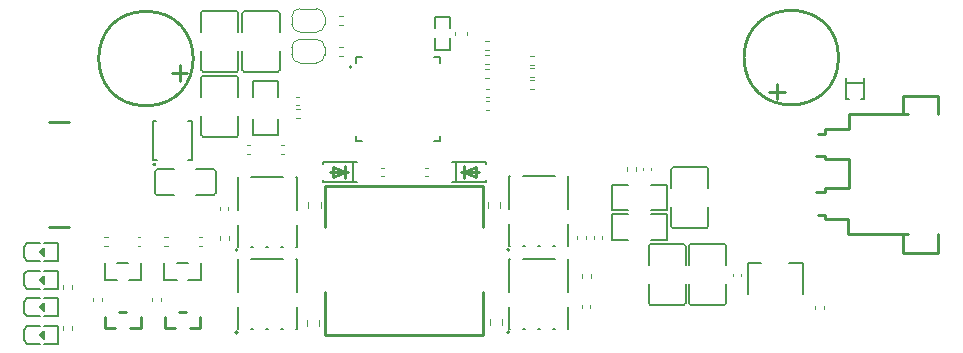
<source format=gto>
%TF.GenerationSoftware,KiCad,Pcbnew,9.0.6*%
%TF.CreationDate,2025-12-05T19:38:52+01:00*%
%TF.ProjectId,PowerPack,506f7765-7250-4616-936b-2e6b69636164,rev?*%
%TF.SameCoordinates,Original*%
%TF.FileFunction,Legend,Top*%
%TF.FilePolarity,Positive*%
%FSLAX46Y46*%
G04 Gerber Fmt 4.6, Leading zero omitted, Abs format (unit mm)*
G04 Created by KiCad (PCBNEW 9.0.6) date 2025-12-05 19:38:52*
%MOMM*%
%LPD*%
G01*
G04 APERTURE LIST*
%ADD10C,0.150000*%
%ADD11C,0.250000*%
%ADD12C,0.120000*%
%ADD13C,0.100000*%
%ADD14C,0.200000*%
G04 APERTURE END LIST*
D10*
%TO.C,D1*%
X125890000Y-94430000D02*
X125890000Y-94600000D01*
X125890000Y-96170000D02*
X125890000Y-96000000D01*
D11*
X126700000Y-94890000D02*
X127720000Y-95300000D01*
X126700000Y-95710000D02*
X126700000Y-94890000D01*
X127720000Y-95300000D02*
X126700000Y-95710000D01*
X127720000Y-95810000D02*
X127720000Y-94790000D01*
X127970000Y-95300000D02*
X126450000Y-95300000D01*
D10*
X128350000Y-96170000D02*
X128350000Y-94430000D01*
X128710000Y-94430000D02*
X125890000Y-94430000D01*
X128710000Y-96170000D02*
X125890000Y-96170000D01*
D12*
%TO.C,R16*%
X139592379Y-86580000D02*
X139927621Y-86580000D01*
X139592379Y-87340000D02*
X139927621Y-87340000D01*
D10*
%TO.C,R17*%
X150320000Y-96380000D02*
X151680000Y-96380000D01*
X150320000Y-98540000D02*
X150320000Y-96380000D01*
X151680000Y-98540000D02*
X150320000Y-98540000D01*
X153580000Y-98540000D02*
X154940000Y-98540000D01*
X154940000Y-96380000D02*
X153580000Y-96380000D01*
X154940000Y-98540000D02*
X154940000Y-96380000D01*
D12*
%TO.C,R13*%
X127567621Y-82082500D02*
X127232379Y-82082500D01*
X127567621Y-82842500D02*
X127232379Y-82842500D01*
%TO.C,R6*%
X124477500Y-107845276D02*
X124477500Y-108354724D01*
X125522500Y-107845276D02*
X125522500Y-108354724D01*
%TO.C,C7*%
X139644165Y-88240000D02*
X139875835Y-88240000D01*
X139644165Y-88960000D02*
X139875835Y-88960000D01*
%TO.C,CLQ1*%
X122316665Y-93060000D02*
X122548335Y-93060000D01*
X122316665Y-93780000D02*
X122548335Y-93780000D01*
%TO.C,C8*%
X139644165Y-89315000D02*
X139875835Y-89315000D01*
X139644165Y-90035000D02*
X139875835Y-90035000D01*
%TO.C,C4*%
X134715835Y-94944000D02*
X134484165Y-94944000D01*
X134715835Y-95664000D02*
X134484165Y-95664000D01*
%TO.C,C3*%
X130784165Y-94944000D02*
X131015835Y-94944000D01*
X130784165Y-95664000D02*
X131015835Y-95664000D01*
D10*
%TO.C,Q1*%
X111450000Y-90972500D02*
X111450000Y-94272500D01*
X111450000Y-90972500D02*
X111740000Y-90972500D01*
D13*
X111450000Y-94272500D02*
X111450000Y-90972500D01*
D10*
X111450000Y-94272500D02*
X111770000Y-94272500D01*
X114420000Y-94272500D02*
X114750000Y-94272500D01*
X114750000Y-90972500D02*
X114450000Y-90972500D01*
D13*
X114750000Y-92952500D02*
X114750000Y-90972500D01*
D10*
X114750000Y-94272500D02*
X114750000Y-90972500D01*
D13*
X114750000Y-94272500D02*
X114750000Y-92952500D01*
D11*
X111620000Y-94662500D02*
G75*
G02*
X111520000Y-94662500I-50000J0D01*
G01*
X111520000Y-94662500D02*
G75*
G02*
X111620000Y-94662500I50000J0D01*
G01*
D12*
%TO.C,JP2*%
X123200000Y-82762500D02*
X123200000Y-82162500D01*
X123900000Y-81462500D02*
X125300000Y-81462500D01*
X125300000Y-83462500D02*
X123900000Y-83462500D01*
X126000000Y-82162500D02*
X126000000Y-82762500D01*
X123200000Y-82162500D02*
G75*
G02*
X123900000Y-81462500I700000J0D01*
G01*
X123900000Y-83462500D02*
G75*
G02*
X123200000Y-82762500I0J700000D01*
G01*
X125300000Y-81462500D02*
G75*
G02*
X126000000Y-82162500I1J-699999D01*
G01*
X126000000Y-82762500D02*
G75*
G02*
X125300000Y-83462500I-699999J-1D01*
G01*
%TO.C,R7*%
X103820000Y-104857379D02*
X103820000Y-105192621D01*
X104580000Y-104857379D02*
X104580000Y-105192621D01*
%TO.C,C2*%
X117125000Y-98284165D02*
X117125000Y-98515835D01*
X117845000Y-98284165D02*
X117845000Y-98515835D01*
%TO.C,CRQ1*%
X147374000Y-100755665D02*
X147374000Y-100987335D01*
X148094000Y-100755665D02*
X148094000Y-100987335D01*
D11*
%TO.C,QE2*%
X107400000Y-108552500D02*
X107400000Y-107552500D01*
X108260000Y-108552500D02*
X107400000Y-108552500D01*
X109210000Y-107152500D02*
X108580000Y-107152500D01*
X110400000Y-108552500D02*
X109530000Y-108552500D01*
X110400000Y-108552500D02*
X110400000Y-107552500D01*
D10*
%TO.C,D2*%
X136790000Y-94430000D02*
X139610000Y-94430000D01*
X136790000Y-96170000D02*
X139610000Y-96170000D01*
X137150000Y-94430000D02*
X137150000Y-96170000D01*
D11*
X137530000Y-95300000D02*
X139050000Y-95300000D01*
X137780000Y-94790000D02*
X137780000Y-95810000D01*
X137780000Y-95300000D02*
X138800000Y-94890000D01*
X138800000Y-94890000D02*
X138800000Y-95710000D01*
X138800000Y-95710000D02*
X137780000Y-95300000D01*
D10*
X139610000Y-94430000D02*
X139610000Y-94600000D01*
X139610000Y-96170000D02*
X139610000Y-96000000D01*
D12*
%TO.C,R11*%
X151620000Y-94892379D02*
X151620000Y-95227621D01*
X152380000Y-94892379D02*
X152380000Y-95227621D01*
D11*
%TO.C,L1*%
X126034000Y-96504000D02*
X139434000Y-96504000D01*
X126034000Y-99974000D02*
X126034000Y-96504000D01*
X126034000Y-109104000D02*
X126034000Y-105434000D01*
X126034000Y-109104000D02*
X139434000Y-109104000D01*
X139434000Y-96504000D02*
X139434000Y-99974000D01*
X139434000Y-105434000D02*
X139434000Y-109104000D01*
D10*
%TO.C,QLT1*%
X118634000Y-95714000D02*
X118674000Y-95714000D01*
X118634000Y-98494000D02*
X118634000Y-95714000D01*
X118634000Y-101614000D02*
X118634000Y-99764000D01*
X118674000Y-101614000D02*
X118634000Y-101614000D01*
X119784000Y-95714000D02*
X122484000Y-95714000D01*
X119944000Y-101614000D02*
X119784000Y-101614000D01*
X121214000Y-101614000D02*
X121054000Y-101614000D01*
X122484000Y-101614000D02*
X122324000Y-101614000D01*
X123594000Y-95714000D02*
X123634000Y-95714000D01*
X123634000Y-95714000D02*
X123634000Y-98494000D01*
X123634000Y-99764000D02*
X123634000Y-101614000D01*
X123634000Y-101614000D02*
X123594000Y-101614000D01*
D14*
X118634000Y-101914000D02*
G75*
G02*
X118434000Y-101914000I-100000J0D01*
G01*
X118434000Y-101914000D02*
G75*
G02*
X118634000Y-101914000I100000J0D01*
G01*
D10*
%TO.C,CL2*%
X119020000Y-83470000D02*
X119020000Y-81840000D01*
X119020000Y-85030000D02*
X119020000Y-86660000D01*
X119170000Y-81690000D02*
X122030000Y-81690000D01*
X119170000Y-86810000D02*
X122030000Y-86810000D01*
X122180000Y-81840000D02*
X122180000Y-83470000D01*
X122180000Y-86660000D02*
X122180000Y-85030000D01*
X119020000Y-81840000D02*
G75*
G02*
X119170000Y-81690000I150000J0D01*
G01*
X119170000Y-86810000D02*
G75*
G02*
X119020000Y-86660000I0J150000D01*
G01*
X122030000Y-81690000D02*
G75*
G02*
X122180000Y-81840000I0J-150000D01*
G01*
X122180000Y-86660000D02*
G75*
G02*
X122030000Y-86810000I-150000J0D01*
G01*
%TO.C,R1*%
X119920000Y-87590000D02*
X122080000Y-87590000D01*
X119920000Y-88950000D02*
X119920000Y-87590000D01*
X119920000Y-90850000D02*
X119920000Y-92210000D01*
X119920000Y-92210000D02*
X122080000Y-92210000D01*
X122080000Y-87590000D02*
X122080000Y-88950000D01*
X122080000Y-92210000D02*
X122080000Y-90850000D01*
D12*
%TO.C,R4*%
X103820000Y-108655121D02*
X103820000Y-108319879D01*
X104580000Y-108655121D02*
X104580000Y-108319879D01*
%TO.C,R25*%
X111370000Y-105932379D02*
X111370000Y-106267621D01*
X112130000Y-105932379D02*
X112130000Y-106267621D01*
D11*
%TO.C,CN1*%
X167590000Y-97020000D02*
X168350000Y-97020000D01*
X167720000Y-92070000D02*
X168350000Y-92070000D01*
X167720000Y-98930000D02*
X168350000Y-98930000D01*
X168350000Y-91690000D02*
X170380000Y-91690000D01*
X168350000Y-92070000D02*
X168350000Y-91690000D01*
X168350000Y-93980000D02*
X167590000Y-93980000D01*
X168350000Y-94230000D02*
X168350000Y-93980000D01*
X168350000Y-96640000D02*
X170380000Y-96640000D01*
X168350000Y-97020000D02*
X168350000Y-96640000D01*
X168350000Y-98930000D02*
X168350000Y-99310000D01*
X168350000Y-99310000D02*
X170260000Y-99310000D01*
X170260000Y-99310000D02*
X170260000Y-100580000D01*
X170260000Y-100580000D02*
X171350000Y-100580000D01*
X170380000Y-90420000D02*
X171350000Y-90420000D01*
X170380000Y-91690000D02*
X170380000Y-90420000D01*
X170380000Y-94230000D02*
X168350000Y-94230000D01*
X170380000Y-96640000D02*
X170380000Y-94230000D01*
X174960000Y-88850000D02*
X177950000Y-88850000D01*
X174960000Y-90420000D02*
X174960000Y-88850000D01*
X174980000Y-102150000D02*
X174980000Y-100580000D01*
X174980000Y-102150000D02*
X177880000Y-102150000D01*
X175350000Y-90420000D02*
X171350000Y-90420000D01*
X175350000Y-100580000D02*
X171350000Y-100580000D01*
X177880000Y-102150000D02*
X177880000Y-100580000D01*
X177950000Y-90420000D02*
X177950000Y-88850000D01*
D12*
%TO.C,R24*%
X112765121Y-100820000D02*
X112429879Y-100820000D01*
X112765121Y-101580000D02*
X112429879Y-101580000D01*
%TO.C,R9*%
X147754000Y-104271621D02*
X147754000Y-103936379D01*
X148514000Y-104271621D02*
X148514000Y-103936379D01*
D10*
%TO.C,CL4*%
X115520000Y-87340000D02*
X115520000Y-88970000D01*
X115520000Y-92160000D02*
X115520000Y-90530000D01*
X118530000Y-87190000D02*
X115670000Y-87190000D01*
X118530000Y-92310000D02*
X115670000Y-92310000D01*
X118680000Y-88970000D02*
X118680000Y-87340000D01*
X118680000Y-90530000D02*
X118680000Y-92160000D01*
X115520000Y-87340000D02*
G75*
G02*
X115670000Y-87190000I150000J0D01*
G01*
X115670000Y-92310000D02*
G75*
G02*
X115520000Y-92160000I0J150000D01*
G01*
X118530000Y-87190000D02*
G75*
G02*
X118680000Y-87340000I0J-150000D01*
G01*
X118680000Y-92160000D02*
G75*
G02*
X118530000Y-92310000I-150000J0D01*
G01*
D12*
%TO.C,R10*%
X139811500Y-97849276D02*
X139811500Y-98358724D01*
X140856500Y-97849276D02*
X140856500Y-98358724D01*
%TO.C,C13*%
X115615835Y-100840000D02*
X115384165Y-100840000D01*
X115615835Y-101560000D02*
X115384165Y-101560000D01*
%TO.C,C9*%
X137050000Y-83706267D02*
X137050000Y-83413733D01*
X138070000Y-83706267D02*
X138070000Y-83413733D01*
D10*
%TO.C,CR4*%
X155320000Y-96700000D02*
X155320000Y-95070000D01*
X155320000Y-98260000D02*
X155320000Y-99890000D01*
X155470000Y-94920000D02*
X158330000Y-94920000D01*
X155470000Y-100040000D02*
X158330000Y-100040000D01*
X158480000Y-95070000D02*
X158480000Y-96700000D01*
X158480000Y-99890000D02*
X158480000Y-98260000D01*
X155320000Y-95070000D02*
G75*
G02*
X155470000Y-94920000I150000J0D01*
G01*
X155470000Y-100040000D02*
G75*
G02*
X155320000Y-99890000I0J150000D01*
G01*
X158330000Y-94920000D02*
G75*
G02*
X158480000Y-95070000I0J-150000D01*
G01*
X158480000Y-99890000D02*
G75*
G02*
X158330000Y-100040000I-150000J0D01*
G01*
D12*
%TO.C,C10*%
X160540000Y-104143335D02*
X160540000Y-103911665D01*
X161260000Y-104143335D02*
X161260000Y-103911665D01*
%TO.C,CLQ2*%
X119683335Y-93060000D02*
X119451665Y-93060000D01*
X119683335Y-93780000D02*
X119451665Y-93780000D01*
D10*
%TO.C,QE3*%
X107370000Y-102972500D02*
X107370000Y-104432500D01*
X107370000Y-104432500D02*
X108410000Y-104432500D01*
X108440000Y-102972500D02*
X109360000Y-102972500D01*
X110430000Y-102972500D02*
X110430000Y-104432500D01*
X110430000Y-104432500D02*
X109390000Y-104432500D01*
D11*
%TO.C,CL1*%
X113100000Y-86900000D02*
X114350000Y-86900000D01*
X113730000Y-86230000D02*
X113730000Y-87580000D01*
X110830000Y-89700000D02*
G75*
G02*
X110899814Y-89699914I30000J4000000D01*
G01*
D10*
%TO.C,QLB1*%
X118634000Y-102684000D02*
X118674000Y-102684000D01*
X118634000Y-105464000D02*
X118634000Y-102684000D01*
X118634000Y-108584000D02*
X118634000Y-106734000D01*
X118674000Y-108584000D02*
X118634000Y-108584000D01*
X119784000Y-102684000D02*
X122484000Y-102684000D01*
X119944000Y-108584000D02*
X119784000Y-108584000D01*
X121214000Y-108584000D02*
X121054000Y-108584000D01*
X122484000Y-108584000D02*
X122324000Y-108584000D01*
X123594000Y-102684000D02*
X123634000Y-102684000D01*
X123634000Y-102684000D02*
X123634000Y-105464000D01*
X123634000Y-106734000D02*
X123634000Y-108584000D01*
X123634000Y-108584000D02*
X123594000Y-108584000D01*
D14*
X118634000Y-108884000D02*
G75*
G02*
X118434000Y-108884000I-100000J0D01*
G01*
X118434000Y-108884000D02*
G75*
G02*
X118634000Y-108884000I100000J0D01*
G01*
D12*
%TO.C,R22*%
X107667621Y-100820000D02*
X107332379Y-100820000D01*
X107667621Y-101580000D02*
X107332379Y-101580000D01*
D10*
%TO.C,CL3*%
X115520000Y-83470000D02*
X115520000Y-81840000D01*
X115520000Y-85030000D02*
X115520000Y-86660000D01*
X115670000Y-81690000D02*
X118530000Y-81690000D01*
X115670000Y-86810000D02*
X118530000Y-86810000D01*
X118680000Y-81840000D02*
X118680000Y-83470000D01*
X118680000Y-86660000D02*
X118680000Y-85030000D01*
X115520000Y-81840000D02*
G75*
G02*
X115670000Y-81690000I150000J0D01*
G01*
X115670000Y-86810000D02*
G75*
G02*
X115520000Y-86660000I0J150000D01*
G01*
X118530000Y-81690000D02*
G75*
G02*
X118680000Y-81840000I0J-150000D01*
G01*
X118680000Y-86660000D02*
G75*
G02*
X118530000Y-86810000I-150000J0D01*
G01*
%TO.C,QE4*%
X112420000Y-102972500D02*
X112420000Y-104432500D01*
X112420000Y-104432500D02*
X113460000Y-104432500D01*
X113490000Y-102972500D02*
X114410000Y-102972500D01*
X115480000Y-102972500D02*
X115480000Y-104432500D01*
X115480000Y-104432500D02*
X114440000Y-104432500D01*
%TO.C,LED4*%
X100520000Y-101640000D02*
X100820000Y-101340000D01*
X100520000Y-101740000D02*
X100520000Y-101640000D01*
X100520000Y-101740000D02*
X100520000Y-102440000D01*
X100520000Y-102440000D02*
X100520000Y-102540000D01*
X100520000Y-102540000D02*
X100820000Y-102840000D01*
X101870000Y-101340000D02*
X100820000Y-101340000D01*
X101870000Y-102840000D02*
X100820000Y-102840000D01*
X102220000Y-102420000D02*
X101890000Y-102090000D01*
X102230000Y-101740000D02*
X102230000Y-101750000D01*
X102230000Y-101740000D02*
X102230000Y-102420000D01*
X102230000Y-101750000D02*
X101890000Y-102090000D01*
X102230000Y-102090000D02*
X101890000Y-102090000D01*
X102230000Y-102420000D02*
X102220000Y-102420000D01*
X102250000Y-101340000D02*
X103400000Y-101340000D01*
X102250000Y-102840000D02*
X103400000Y-102840000D01*
X103400000Y-101340000D02*
X103400000Y-102820000D01*
%TO.C,U1*%
X128640000Y-85570000D02*
X128640000Y-86070000D01*
X128640000Y-92720000D02*
X128640000Y-92230000D01*
X129130000Y-85570000D02*
X128640000Y-85570000D01*
X129130000Y-92720000D02*
X128640000Y-92720000D01*
X135290000Y-85570000D02*
X135790000Y-85570000D01*
X135290000Y-92720000D02*
X135790000Y-92720000D01*
X135790000Y-85570000D02*
X135790000Y-86070000D01*
X135790000Y-92720000D02*
X135790000Y-92230000D01*
X128240000Y-86400000D02*
G75*
G02*
X128100000Y-86400000I-70000J0D01*
G01*
X128100000Y-86400000D02*
G75*
G02*
X128240000Y-86400000I70000J0D01*
G01*
D12*
%TO.C,C6*%
X152940000Y-94944165D02*
X152940000Y-95175835D01*
X153660000Y-94944165D02*
X153660000Y-95175835D01*
D10*
%TO.C,R18*%
X150320000Y-98880000D02*
X151680000Y-98880000D01*
X150320000Y-101040000D02*
X150320000Y-98880000D01*
X151680000Y-101040000D02*
X150320000Y-101040000D01*
X153580000Y-101040000D02*
X154940000Y-101040000D01*
X154940000Y-98880000D02*
X153580000Y-98880000D01*
X154940000Y-101040000D02*
X154940000Y-98880000D01*
D12*
%TO.C,R23*%
X106370000Y-105932379D02*
X106370000Y-106267621D01*
X107130000Y-105932379D02*
X107130000Y-106267621D01*
D10*
%TO.C,CR3*%
X153420000Y-101570000D02*
X153420000Y-103200000D01*
X153420000Y-106390000D02*
X153420000Y-104760000D01*
X156430000Y-101420000D02*
X153570000Y-101420000D01*
X156430000Y-106540000D02*
X153570000Y-106540000D01*
X156580000Y-103200000D02*
X156580000Y-101570000D01*
X156580000Y-104760000D02*
X156580000Y-106390000D01*
X153420000Y-101570000D02*
G75*
G02*
X153570000Y-101420000I150000J0D01*
G01*
X153570000Y-106540000D02*
G75*
G02*
X153420000Y-106390000I0J150000D01*
G01*
X156430000Y-101420000D02*
G75*
G02*
X156580000Y-101570000I0J-150000D01*
G01*
X156580000Y-106390000D02*
G75*
G02*
X156430000Y-106540000I-150000J0D01*
G01*
%TO.C,QRB1*%
X141634000Y-102684000D02*
X141674000Y-102684000D01*
X141634000Y-105464000D02*
X141634000Y-102684000D01*
X141634000Y-108584000D02*
X141634000Y-106734000D01*
X141674000Y-108584000D02*
X141634000Y-108584000D01*
X142784000Y-102684000D02*
X145484000Y-102684000D01*
X142944000Y-108584000D02*
X142784000Y-108584000D01*
X144214000Y-108584000D02*
X144054000Y-108584000D01*
X145484000Y-108584000D02*
X145324000Y-108584000D01*
X146594000Y-102684000D02*
X146634000Y-102684000D01*
X146634000Y-102684000D02*
X146634000Y-105464000D01*
X146634000Y-106734000D02*
X146634000Y-108584000D01*
X146634000Y-108584000D02*
X146594000Y-108584000D01*
D14*
X141634000Y-108884000D02*
G75*
G02*
X141434000Y-108884000I-100000J0D01*
G01*
X141434000Y-108884000D02*
G75*
G02*
X141634000Y-108884000I100000J0D01*
G01*
D12*
%TO.C,R2*%
X123880121Y-89930000D02*
X123544879Y-89930000D01*
X123880121Y-90690000D02*
X123544879Y-90690000D01*
D10*
%TO.C,LED2*%
X100520000Y-106306667D02*
X100820000Y-106006667D01*
X100520000Y-106406667D02*
X100520000Y-106306667D01*
X100520000Y-106406667D02*
X100520000Y-107106667D01*
X100520000Y-107106667D02*
X100520000Y-107206667D01*
X100520000Y-107206667D02*
X100820000Y-107506667D01*
X101870000Y-106006667D02*
X100820000Y-106006667D01*
X101870000Y-107506667D02*
X100820000Y-107506667D01*
X102220000Y-107086667D02*
X101890000Y-106756667D01*
X102230000Y-106406667D02*
X102230000Y-106416667D01*
X102230000Y-106406667D02*
X102230000Y-107086667D01*
X102230000Y-106416667D02*
X101890000Y-106756667D01*
X102230000Y-106756667D02*
X101890000Y-106756667D01*
X102230000Y-107086667D02*
X102220000Y-107086667D01*
X102250000Y-106006667D02*
X103400000Y-106006667D01*
X102250000Y-107506667D02*
X103400000Y-107506667D01*
X103400000Y-106006667D02*
X103400000Y-107486667D01*
D11*
%TO.C,USB1*%
X102610000Y-99950000D02*
X104370000Y-99950000D01*
X104370000Y-91050000D02*
X102610000Y-91050000D01*
D12*
%TO.C,CRQ2*%
X148774000Y-100755665D02*
X148774000Y-100987335D01*
X149494000Y-100755665D02*
X149494000Y-100987335D01*
%TO.C,R14*%
X139592379Y-84180000D02*
X139927621Y-84180000D01*
X139592379Y-84940000D02*
X139927621Y-84940000D01*
D10*
%TO.C,D3*%
X170170000Y-87360000D02*
X170170000Y-89120000D01*
X170170000Y-89120000D02*
X170380000Y-89120000D01*
X171630000Y-87360000D02*
X171630000Y-89120000D01*
X171630000Y-87770000D02*
X170170000Y-87770000D01*
X171630000Y-89120000D02*
X171430000Y-89120000D01*
D12*
%TO.C,C11*%
X167520000Y-106885835D02*
X167520000Y-106654165D01*
X168240000Y-106885835D02*
X168240000Y-106654165D01*
%TO.C,R19*%
X143392379Y-85520000D02*
X143727621Y-85520000D01*
X143392379Y-86280000D02*
X143727621Y-86280000D01*
D10*
%TO.C,RNTC1*%
X135300000Y-82170000D02*
X135300000Y-83130000D01*
X135300000Y-84950000D02*
X135300000Y-83990000D01*
X136620000Y-82170000D02*
X135300000Y-82170000D01*
X136620000Y-83130000D02*
X136620000Y-82170000D01*
X136620000Y-83990000D02*
X136620000Y-84950000D01*
X136620000Y-84950000D02*
X135300000Y-84950000D01*
D12*
%TO.C,JP1*%
X123200000Y-85362500D02*
X123200000Y-84762500D01*
X123900000Y-84062500D02*
X125300000Y-84062500D01*
X125300000Y-86062500D02*
X123900000Y-86062500D01*
X126000000Y-84762500D02*
X126000000Y-85362500D01*
X123200000Y-84762500D02*
G75*
G02*
X123900000Y-84062500I700000J0D01*
G01*
X123900000Y-86062500D02*
G75*
G02*
X123200000Y-85362500I0J700000D01*
G01*
X125300000Y-84062500D02*
G75*
G02*
X126000000Y-84762500I1J-699999D01*
G01*
X126000000Y-85362500D02*
G75*
G02*
X125300000Y-86062500I-699999J-1D01*
G01*
D10*
%TO.C,QRT1*%
X141634000Y-95684000D02*
X141674000Y-95684000D01*
X141634000Y-98464000D02*
X141634000Y-95684000D01*
X141634000Y-101584000D02*
X141634000Y-99734000D01*
X141674000Y-101584000D02*
X141634000Y-101584000D01*
X142784000Y-95684000D02*
X145484000Y-95684000D01*
X142944000Y-101584000D02*
X142784000Y-101584000D01*
X144214000Y-101584000D02*
X144054000Y-101584000D01*
X145484000Y-101584000D02*
X145324000Y-101584000D01*
X146594000Y-95684000D02*
X146634000Y-95684000D01*
X146634000Y-95684000D02*
X146634000Y-98464000D01*
X146634000Y-99734000D02*
X146634000Y-101584000D01*
X146634000Y-101584000D02*
X146594000Y-101584000D01*
D14*
X141634000Y-101884000D02*
G75*
G02*
X141434000Y-101884000I-100000J0D01*
G01*
X141434000Y-101884000D02*
G75*
G02*
X141634000Y-101884000I100000J0D01*
G01*
D12*
%TO.C,R20*%
X143392379Y-86520000D02*
X143727621Y-86520000D01*
X143392379Y-87280000D02*
X143727621Y-87280000D01*
%TO.C,R12*%
X127565121Y-84682500D02*
X127229879Y-84682500D01*
X127565121Y-85442500D02*
X127229879Y-85442500D01*
%TO.C,R21*%
X143392379Y-87520000D02*
X143727621Y-87520000D01*
X143392379Y-88280000D02*
X143727621Y-88280000D01*
%TO.C,CSC1*%
X123596665Y-88950000D02*
X123828335Y-88950000D01*
X123596665Y-89670000D02*
X123828335Y-89670000D01*
%TO.C,C5*%
X147774000Y-106588165D02*
X147774000Y-106819835D01*
X148494000Y-106588165D02*
X148494000Y-106819835D01*
%TO.C,R3*%
X124611500Y-97849276D02*
X124611500Y-98358724D01*
X125656500Y-97849276D02*
X125656500Y-98358724D01*
%TO.C,C12*%
X110383335Y-100842500D02*
X110151665Y-100842500D01*
X110383335Y-101562500D02*
X110151665Y-101562500D01*
D11*
%TO.C,CR1*%
X164300000Y-87860000D02*
X164300000Y-89110000D01*
X164970000Y-88490000D02*
X163620000Y-88490000D01*
X161500000Y-85590000D02*
G75*
G02*
X161500086Y-85659814I4000000J-30000D01*
G01*
D12*
%TO.C,R15*%
X139594879Y-85380000D02*
X139930121Y-85380000D01*
X139594879Y-86140000D02*
X139930121Y-86140000D01*
%TO.C,R5*%
X117095000Y-101042621D02*
X117095000Y-100707379D01*
X117855000Y-101042621D02*
X117855000Y-100707379D01*
D10*
%TO.C,LED1*%
X100520000Y-108640000D02*
X100820000Y-108340000D01*
X100520000Y-108740000D02*
X100520000Y-108640000D01*
X100520000Y-108740000D02*
X100520000Y-109440000D01*
X100520000Y-109440000D02*
X100520000Y-109540000D01*
X100520000Y-109540000D02*
X100820000Y-109840000D01*
X101870000Y-108340000D02*
X100820000Y-108340000D01*
X101870000Y-109840000D02*
X100820000Y-109840000D01*
X102220000Y-109420000D02*
X101890000Y-109090000D01*
X102230000Y-108740000D02*
X102230000Y-108750000D01*
X102230000Y-108740000D02*
X102230000Y-109420000D01*
X102230000Y-108750000D02*
X101890000Y-109090000D01*
X102230000Y-109090000D02*
X101890000Y-109090000D01*
X102230000Y-109420000D02*
X102220000Y-109420000D01*
X102250000Y-108340000D02*
X103400000Y-108340000D01*
X102250000Y-109840000D02*
X103400000Y-109840000D01*
X103400000Y-108340000D02*
X103400000Y-109820000D01*
D12*
%TO.C,R8*%
X139977500Y-107745276D02*
X139977500Y-108254724D01*
X141022500Y-107745276D02*
X141022500Y-108254724D01*
D11*
%TO.C,QE1*%
X112450000Y-108552500D02*
X112450000Y-107552500D01*
X113310000Y-108552500D02*
X112450000Y-108552500D01*
X114260000Y-107152500D02*
X113630000Y-107152500D01*
X115450000Y-108552500D02*
X114580000Y-108552500D01*
X115450000Y-108552500D02*
X115450000Y-107552500D01*
D10*
%TO.C,CR2*%
X156820000Y-101570000D02*
X156820000Y-103200000D01*
X156820000Y-106390000D02*
X156820000Y-104760000D01*
X159830000Y-101420000D02*
X156970000Y-101420000D01*
X159830000Y-106540000D02*
X156970000Y-106540000D01*
X159980000Y-103200000D02*
X159980000Y-101570000D01*
X159980000Y-104760000D02*
X159980000Y-106390000D01*
X156820000Y-101570000D02*
G75*
G02*
X156970000Y-101420000I150000J0D01*
G01*
X156970000Y-106540000D02*
G75*
G02*
X156820000Y-106390000I0J150000D01*
G01*
X159830000Y-101420000D02*
G75*
G02*
X159980000Y-101570000I0J-150000D01*
G01*
X159980000Y-106390000D02*
G75*
G02*
X159830000Y-106540000I-150000J0D01*
G01*
%TO.C,U2*%
X161820000Y-102980000D02*
X162970000Y-102980000D01*
X161820000Y-105630000D02*
X161820000Y-102980000D01*
X166470000Y-102980000D02*
X165320000Y-102980000D01*
X166470000Y-105630000D02*
X166470000Y-102980000D01*
%TO.C,CL7*%
X111630000Y-97102500D02*
X111630000Y-95222500D01*
X111780000Y-95072500D02*
X113260000Y-95072500D01*
X113260000Y-97252500D02*
X111780000Y-97252500D01*
X115120000Y-97252500D02*
X116600000Y-97252500D01*
X116600000Y-95072500D02*
X115120000Y-95072500D01*
X116750000Y-97102500D02*
X116750000Y-95222500D01*
X111630000Y-95222500D02*
G75*
G02*
X111780000Y-95072500I150000J0D01*
G01*
X111780000Y-97252500D02*
G75*
G02*
X111630000Y-97102500I0J150000D01*
G01*
X116600000Y-95072500D02*
G75*
G02*
X116750000Y-95222500I0J-150000D01*
G01*
X116750000Y-97102500D02*
G75*
G02*
X116600000Y-97252500I-150000J0D01*
G01*
%TO.C,LED3*%
X100520000Y-103973333D02*
X100820000Y-103673333D01*
X100520000Y-104073333D02*
X100520000Y-103973333D01*
X100520000Y-104073333D02*
X100520000Y-104773333D01*
X100520000Y-104773333D02*
X100520000Y-104873333D01*
X100520000Y-104873333D02*
X100820000Y-105173333D01*
X101870000Y-103673333D02*
X100820000Y-103673333D01*
X101870000Y-105173333D02*
X100820000Y-105173333D01*
X102220000Y-104753333D02*
X101890000Y-104423333D01*
X102230000Y-104073333D02*
X102230000Y-104083333D01*
X102230000Y-104073333D02*
X102230000Y-104753333D01*
X102230000Y-104083333D02*
X101890000Y-104423333D01*
X102230000Y-104423333D02*
X101890000Y-104423333D01*
X102230000Y-104753333D02*
X102220000Y-104753333D01*
X102250000Y-103673333D02*
X103400000Y-103673333D01*
X102250000Y-105173333D02*
X103400000Y-105173333D01*
X103400000Y-103673333D02*
X103400000Y-105153333D01*
%TD*%
M02*

</source>
